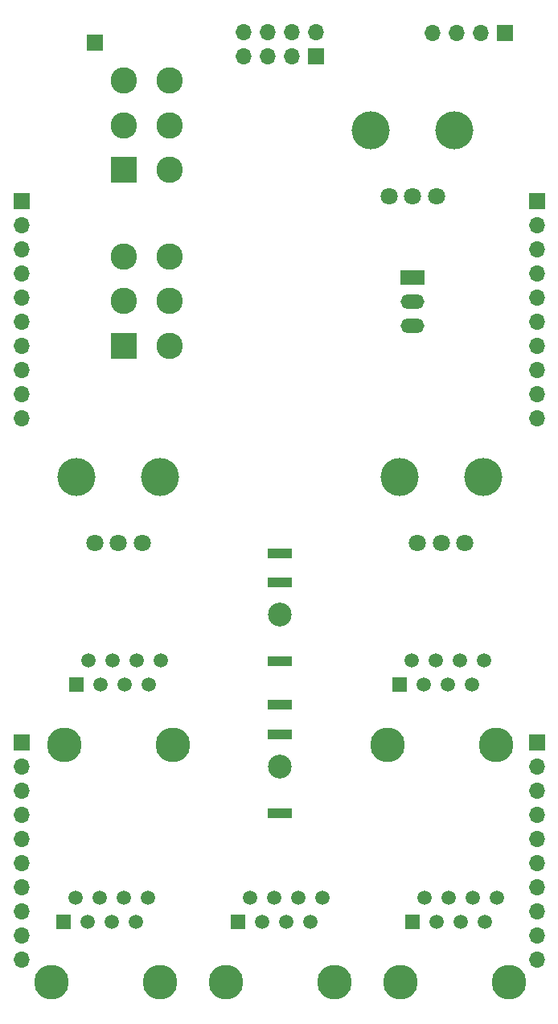
<source format=gbr>
%TF.GenerationSoftware,KiCad,Pcbnew,(6.0.11)*%
%TF.CreationDate,2023-04-28T10:51:55+01:00*%
%TF.ProjectId,Quadraphone_Controls_v2,51756164-7261-4706-986f-6e655f436f6e,rev?*%
%TF.SameCoordinates,Original*%
%TF.FileFunction,Soldermask,Top*%
%TF.FilePolarity,Negative*%
%FSLAX46Y46*%
G04 Gerber Fmt 4.6, Leading zero omitted, Abs format (unit mm)*
G04 Created by KiCad (PCBNEW (6.0.11)) date 2023-04-28 10:51:55*
%MOMM*%
%LPD*%
G01*
G04 APERTURE LIST*
%ADD10R,2.775000X2.775000*%
%ADD11C,2.775000*%
%ADD12C,3.650000*%
%ADD13R,1.500000X1.500000*%
%ADD14C,1.500000*%
%ADD15C,4.000000*%
%ADD16C,1.800000*%
%ADD17R,2.500000X1.500000*%
%ADD18O,2.500000X1.500000*%
%ADD19C,2.500000*%
%ADD20R,2.500000X1.000000*%
%ADD21R,1.700000X1.700000*%
%ADD22O,1.700000X1.700000*%
G04 APERTURE END LIST*
D10*
%TO.C,SW3*%
X63585000Y-59700000D03*
D11*
X63585000Y-55000000D03*
X63585000Y-50300000D03*
X68415000Y-59700000D03*
X68415000Y-55000000D03*
X68415000Y-50300000D03*
%TD*%
D12*
%TO.C,J7*%
X102760000Y-120200000D03*
X91330000Y-120200000D03*
D13*
X92600000Y-113850000D03*
D14*
X93870000Y-111310000D03*
X95140000Y-113850000D03*
X96410000Y-111310000D03*
X97680000Y-113850000D03*
X98950000Y-111310000D03*
X100220000Y-113850000D03*
X101490000Y-111310000D03*
%TD*%
D15*
%TO.C,Fine_Tune1*%
X89600000Y-55500000D03*
X98400000Y-55500000D03*
D16*
X96500000Y-62500000D03*
X94000000Y-62500000D03*
X91500000Y-62500000D03*
%TD*%
D12*
%TO.C,J9*%
X57330000Y-120200000D03*
X68760000Y-120200000D03*
D13*
X58600000Y-113850000D03*
D14*
X59870000Y-111310000D03*
X61140000Y-113850000D03*
X62410000Y-111310000D03*
X63680000Y-113850000D03*
X64950000Y-111310000D03*
X66220000Y-113850000D03*
X67490000Y-111310000D03*
%TD*%
D12*
%TO.C,J8*%
X92730000Y-145200000D03*
X104160000Y-145200000D03*
D13*
X94000000Y-138850000D03*
D14*
X95270000Y-136310000D03*
X96540000Y-138850000D03*
X97810000Y-136310000D03*
X99080000Y-138850000D03*
X100350000Y-136310000D03*
X101620000Y-138850000D03*
X102890000Y-136310000D03*
%TD*%
D17*
%TO.C,SW1*%
X94000000Y-71000000D03*
D18*
X94000000Y-73540000D03*
X94000000Y-76080000D03*
%TD*%
D15*
%TO.C,Vibrato_Depth1*%
X58600000Y-92000000D03*
X67400000Y-92000000D03*
D16*
X65500000Y-99000000D03*
X63000000Y-99000000D03*
X60500000Y-99000000D03*
%TD*%
D12*
%TO.C,J10*%
X67360000Y-145200000D03*
X55930000Y-145200000D03*
D13*
X57200000Y-138850000D03*
D14*
X58470000Y-136310000D03*
X59740000Y-138850000D03*
X61010000Y-136310000D03*
X62280000Y-138850000D03*
X63550000Y-136310000D03*
X64820000Y-138850000D03*
X66090000Y-136310000D03*
%TD*%
D10*
%TO.C,SW2*%
X63585000Y-78200000D03*
D11*
X63585000Y-73500000D03*
X63585000Y-68800000D03*
X68415000Y-78200000D03*
X68415000Y-73500000D03*
X68415000Y-68800000D03*
%TD*%
D12*
%TO.C,J11*%
X85760000Y-145200000D03*
X74330000Y-145200000D03*
D13*
X75600000Y-138850000D03*
D14*
X76870000Y-136310000D03*
X78140000Y-138850000D03*
X79410000Y-136310000D03*
X80680000Y-138850000D03*
X81950000Y-136310000D03*
X83220000Y-138850000D03*
X84490000Y-136310000D03*
%TD*%
D19*
%TO.C,J6*%
X80000000Y-106500000D03*
D20*
X80000000Y-100020000D03*
X80000000Y-103120000D03*
X80000000Y-111420000D03*
%TD*%
D15*
%TO.C,PWM_Pot1*%
X101400000Y-92000000D03*
X92600000Y-92000000D03*
D16*
X99500000Y-99000000D03*
X97000000Y-99000000D03*
X94500000Y-99000000D03*
%TD*%
D19*
%TO.C,J5*%
X80000000Y-122500000D03*
D20*
X80000000Y-116020000D03*
X80000000Y-119120000D03*
X80000000Y-127420000D03*
%TD*%
D21*
%TO.C,J13*%
X103700000Y-45300000D03*
D22*
X101160000Y-45300000D03*
X98620000Y-45300000D03*
X96080000Y-45300000D03*
%TD*%
D21*
%TO.C,J3*%
X107100000Y-120000000D03*
D22*
X107100000Y-122540000D03*
X107100000Y-125080000D03*
X107100000Y-127620000D03*
X107100000Y-130160000D03*
X107100000Y-132700000D03*
X107100000Y-135240000D03*
X107100000Y-137780000D03*
X107100000Y-140320000D03*
X107100000Y-142860000D03*
%TD*%
D21*
%TO.C,J14*%
X60500000Y-46300000D03*
%TD*%
%TO.C,J4*%
X52800000Y-120000000D03*
D22*
X52800000Y-122540000D03*
X52800000Y-125080000D03*
X52800000Y-127620000D03*
X52800000Y-130160000D03*
X52800000Y-132700000D03*
X52800000Y-135240000D03*
X52800000Y-137780000D03*
X52800000Y-140320000D03*
X52800000Y-142860000D03*
%TD*%
D21*
%TO.C,J1*%
X107100000Y-63000000D03*
D22*
X107100000Y-65540000D03*
X107100000Y-68080000D03*
X107100000Y-70620000D03*
X107100000Y-73160000D03*
X107100000Y-75700000D03*
X107100000Y-78240000D03*
X107100000Y-80780000D03*
X107100000Y-83320000D03*
X107100000Y-85860000D03*
%TD*%
D21*
%TO.C,J12*%
X83800000Y-47750000D03*
D22*
X83800000Y-45210000D03*
X81260000Y-47750000D03*
X81260000Y-45210000D03*
X78720000Y-47750000D03*
X78720000Y-45210000D03*
X76180000Y-47750000D03*
X76180000Y-45210000D03*
%TD*%
D21*
%TO.C,J2*%
X52800000Y-63000000D03*
D22*
X52800000Y-65540000D03*
X52800000Y-68080000D03*
X52800000Y-70620000D03*
X52800000Y-73160000D03*
X52800000Y-75700000D03*
X52800000Y-78240000D03*
X52800000Y-80780000D03*
X52800000Y-83320000D03*
X52800000Y-85860000D03*
%TD*%
M02*

</source>
